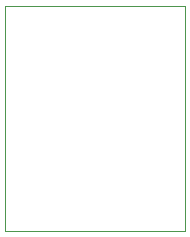
<source format=gm1>
G04 #@! TF.FileFunction,Profile,NP*
%FSLAX46Y46*%
G04 Gerber Fmt 4.6, Leading zero omitted, Abs format (unit mm)*
G04 Created by KiCad (PCBNEW 4.0.2-stable) date 4/18/2016 11:06:15 PM*
%MOMM*%
G01*
G04 APERTURE LIST*
%ADD10C,0.100000*%
G04 APERTURE END LIST*
D10*
X190500000Y-96520000D02*
X190500000Y-115570000D01*
X205740000Y-96520000D02*
X190500000Y-96520000D01*
X205740000Y-115570000D02*
X205740000Y-96520000D01*
X190500000Y-115570000D02*
X205740000Y-115570000D01*
M02*

</source>
